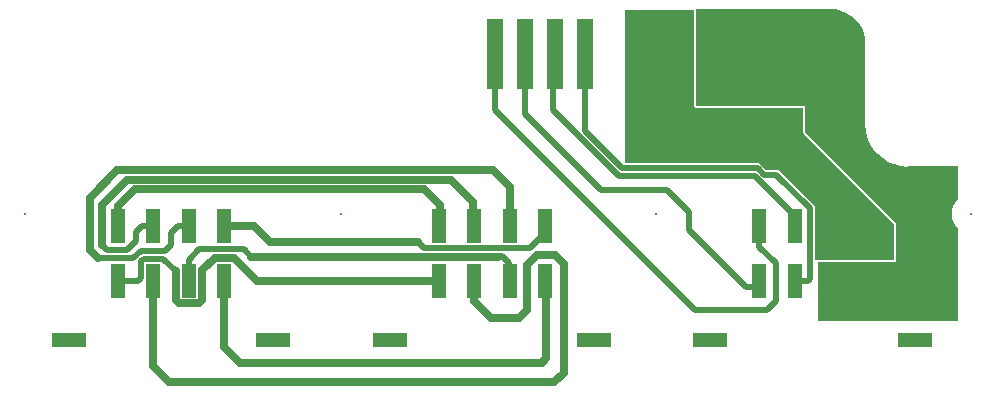
<source format=gtl>
%FSLAX25Y25*%
%MOIN*%
G70*
G01*
G75*
G04 Layer_Physical_Order=1*
G04 Layer_Color=255*
%ADD10R,0.05512X0.23622*%
%ADD11R,0.05000X0.11496*%
%ADD12R,0.11496X0.05000*%
%ADD13C,0.02000*%
%ADD14C,0.02500*%
%ADD15C,0.01000*%
G36*
X204951Y97900D02*
X205141Y97441D01*
X205600Y97251D01*
X241251D01*
Y89200D01*
X241441Y88741D01*
X271551Y58631D01*
Y46749D01*
X246300D01*
X245841Y46559D01*
X245822Y46513D01*
X245331Y46611D01*
Y63800D01*
X245207Y64424D01*
X244853Y64954D01*
X233554Y76253D01*
X233024Y76607D01*
X232400Y76731D01*
X228953D01*
X227330Y78354D01*
X226801Y78707D01*
X226177Y78831D01*
X182000D01*
Y129900D01*
X204951D01*
Y97900D01*
D02*
G37*
G36*
X252289Y130146D02*
X254052Y129722D01*
X255728Y129028D01*
X257274Y128081D01*
X258653Y126903D01*
X259831Y125524D01*
X260779Y123977D01*
X261473Y122302D01*
X261896Y120538D01*
X262038Y118730D01*
X262021Y118504D01*
X262021D01*
X262030Y118493D01*
X262027Y118480D01*
Y92119D01*
X262016Y92064D01*
X262011Y92064D01*
X261989Y91790D01*
X262162Y89597D01*
X262675Y87459D01*
X263517Y85427D01*
X264666Y83552D01*
X266094Y81879D01*
X267766Y80451D01*
X269642Y79302D01*
X271673Y78460D01*
X273812Y77947D01*
X276004Y77774D01*
X276279Y77796D01*
X276279Y77796D01*
Y77796D01*
X276279Y77797D01*
X292800D01*
Y66719D01*
X292683Y66622D01*
X291870Y65632D01*
X291266Y64502D01*
X290894Y63275D01*
X290768Y62000D01*
X290894Y60725D01*
X291266Y59498D01*
X291870Y58368D01*
X292683Y57378D01*
X292800Y57281D01*
Y26300D01*
X246300D01*
Y46100D01*
X272200D01*
Y58900D01*
X241900Y89200D01*
Y97900D01*
X205600D01*
Y130277D01*
X250230D01*
X250244Y130279D01*
X250255Y130270D01*
Y130270D01*
X250481Y130288D01*
X252289Y130146D01*
D02*
G37*
D10*
X191565Y115311D02*
D03*
X201565D02*
D03*
X211565D02*
D03*
X221565D02*
D03*
X168665D02*
D03*
X158665D02*
D03*
X148665D02*
D03*
X138665D02*
D03*
D11*
X48368Y39756D02*
D03*
X36557D02*
D03*
Y57945D02*
D03*
X48368D02*
D03*
X12935D02*
D03*
Y39756D02*
D03*
X24746D02*
D03*
Y57945D02*
D03*
X238546D02*
D03*
Y39756D02*
D03*
X226735D02*
D03*
Y57945D02*
D03*
X262168D02*
D03*
X250357D02*
D03*
Y39756D02*
D03*
X262168D02*
D03*
X155268D02*
D03*
X143457D02*
D03*
Y57945D02*
D03*
X155268D02*
D03*
X119835D02*
D03*
Y39756D02*
D03*
X131646D02*
D03*
Y57945D02*
D03*
D12*
X-3404Y19992D02*
D03*
X64706D02*
D03*
X278506D02*
D03*
X210396D02*
D03*
X103496D02*
D03*
X171606D02*
D03*
D13*
X138665Y96535D02*
Y115311D01*
X158000Y114646D02*
X158665Y115311D01*
X238546Y39756D02*
X243019D01*
X243700Y40437D01*
X205263Y29937D02*
X229135D01*
X158000Y96523D02*
Y114646D01*
X243700Y40437D02*
Y63800D01*
X238546Y54008D02*
Y61154D01*
X232400Y75100D02*
X243700Y63800D01*
X225100Y74600D02*
X238546Y61154D01*
X226177Y77200D02*
X228277Y75100D01*
X232400D01*
X226735Y35819D02*
Y38265D01*
X222300Y37500D02*
X225969D01*
X226735Y38265D01*
X19719Y39756D02*
X20646Y40683D01*
X12935Y39756D02*
X19719D01*
X54933Y50204D02*
X57390Y47747D01*
X36557Y46694D02*
X40067Y50204D01*
X54933D01*
X229135Y29937D02*
X232300Y33102D01*
X226735Y51102D02*
X232300Y45537D01*
Y33102D02*
Y45537D01*
X143400Y35819D02*
Y41520D01*
X140860Y47997D02*
X143400Y45457D01*
X139800Y47997D02*
X140860D01*
X139550Y47747D02*
X139800Y47997D01*
X150260Y50597D02*
X153500Y53837D01*
X114940Y50597D02*
X150260D01*
X16000Y50100D02*
X19000Y53100D01*
Y56000D01*
X20945Y57945D01*
X24746D01*
X9100Y50100D02*
X16000D01*
X7500Y51700D02*
X9100Y50100D01*
X20646Y46167D02*
X21583Y47104D01*
X20506Y49704D02*
X28704D01*
X20646Y40683D02*
Y46167D01*
X6300Y47200D02*
X18002D01*
X20506Y49704D01*
X21583Y47104D02*
X27929D01*
X32207Y42826D01*
X28704Y49704D02*
X30600Y51600D01*
Y55600D01*
X32945Y57945D01*
X36557D01*
Y39756D02*
Y46694D01*
Y35819D02*
Y39756D01*
X148665Y95435D02*
Y115311D01*
X168665Y89535D02*
Y115311D01*
Y89535D02*
X181000Y77200D01*
X226177D01*
X158000Y96523D02*
X179923Y74600D01*
X225100D01*
X148665Y95435D02*
X174000Y70100D01*
X195800D01*
X203234Y62666D01*
Y56566D02*
Y62666D01*
Y56566D02*
X222300Y37500D01*
X138665Y96535D02*
X205263Y29937D01*
X226735Y51102D02*
Y57945D01*
X112937Y52600D02*
X114940Y50597D01*
D14*
X53700Y12300D02*
X154200D01*
X29900Y6000D02*
X158400D01*
X24746Y11154D02*
X29900Y6000D01*
X24746Y11154D02*
Y35819D01*
X48368Y17632D02*
X53700Y12300D01*
X48368Y17632D02*
Y35819D01*
X33290Y32158D02*
X39823D01*
X32207Y33242D02*
X33290Y32158D01*
X32207Y33242D02*
Y42826D01*
X39823Y32158D02*
X40907Y33242D01*
Y43159D01*
X45101Y47354D01*
X59232Y39756D02*
X119835D01*
X45101Y47354D02*
X51634D01*
X59232Y39756D01*
X12700Y76500D02*
X137800D01*
X15800Y73400D02*
X123800D01*
X120400Y54008D02*
Y64800D01*
X114900Y70300D02*
X120400Y64800D01*
X131400Y54008D02*
Y65800D01*
X123800Y73400D02*
X131400Y65800D01*
X143500Y54008D02*
Y70800D01*
X137800Y76500D02*
X143500Y70800D01*
X131600Y32837D02*
X137100Y27337D01*
X131600Y32837D02*
Y39756D01*
X57390Y47747D02*
X139550D01*
X149300Y45037D02*
X152500Y48237D01*
X149300Y30037D02*
Y45037D01*
X146600Y27337D02*
X149300Y30037D01*
X137100Y27337D02*
X146600D01*
X154200Y12300D02*
X155700Y13800D01*
Y35819D01*
X152500Y48237D02*
X158700D01*
X158400Y6000D02*
X161500Y9100D01*
Y45437D01*
X158700Y48237D02*
X161500Y45437D01*
X18600Y70300D02*
X114900D01*
X12935Y54008D02*
Y64635D01*
X18600Y70300D01*
X7500Y65100D02*
X15800Y73400D01*
X3600Y67400D02*
X12700Y76500D01*
X3600Y49900D02*
Y67400D01*
Y49900D02*
X6300Y47200D01*
X7500Y51700D02*
Y65100D01*
X48368Y57945D02*
X58255D01*
X63600Y52600D01*
X112937D01*
D15*
X87102Y62000D02*
D03*
X-18000D02*
D03*
X297305D02*
D03*
X192203D02*
D03*
M02*

</source>
